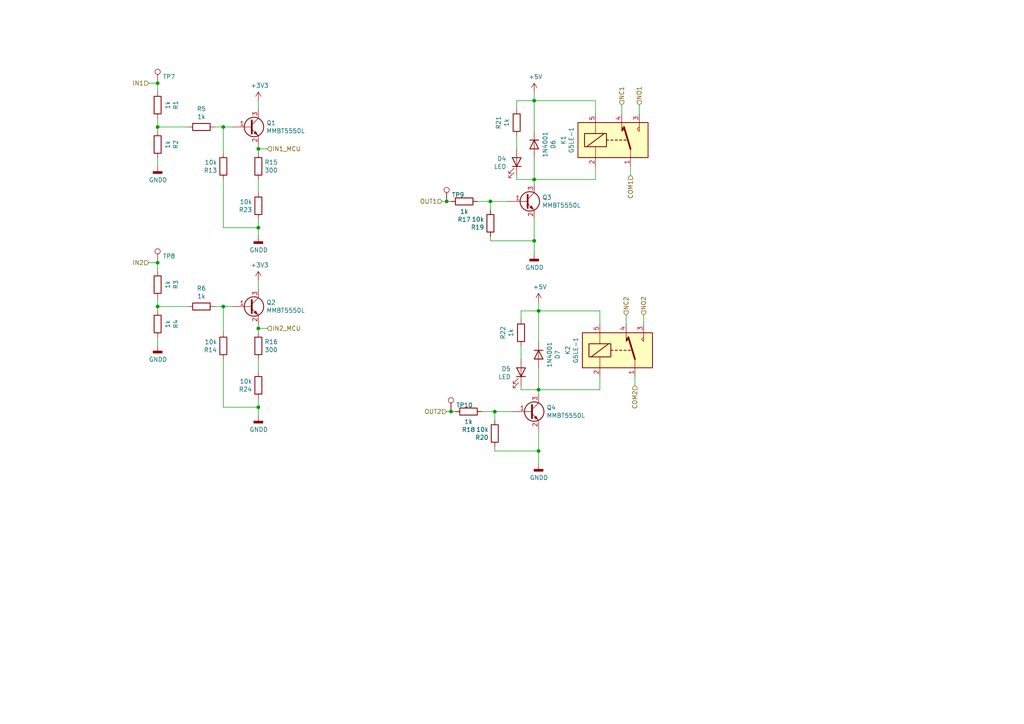
<source format=kicad_sch>
(kicad_sch (version 20211123) (generator eeschema)
  (paper "A4")
  (lib_symbols
    (symbol "Connector:TestPoint" (pin_numbers hide) (pin_names (offset 0.762) hide)
      (property "Reference" "TP" (at 0 6.858 0))
      (property "Value" "TestPoint" (at 0 5.08 0))
      (symbol "TestPoint_0_1"
        (circle (center 0 3.302) (radius 0.762))
      )
      (symbol "TestPoint_1_1"
        (pin passive line (at 0 0 90) (length 2.54) (name "1") (number "1"))
      )
    )
    (symbol "Device:LED" (pin_numbers hide) (pin_names (offset 1.016) hide)
      (property "Reference" "D" (at 0 2.54 0))
      (property "Value" "LED" (at 0 -2.54 0))
      (symbol "LED_0_1"
        (polyline (pts (xy -1.27 -1.27) (xy -1.27 1.27)) (stroke (width 0.254)))
        (polyline (pts (xy -1.27 0) (xy 1.27 0)))
        (polyline (pts (xy 1.27 -1.27) (xy 1.27 1.27) (xy -1.27 0) (xy 1.27 -1.27)) (stroke (width 0.254)))
        (polyline (pts (xy -3.048 -0.762) (xy -4.572 -2.286) (xy -3.81 -2.286) (xy -4.572 -2.286) (xy -4.572 -1.524)))
        (polyline (pts (xy -1.778 -0.762) (xy -3.302 -2.286) (xy -2.54 -2.286) (xy -3.302 -2.286) (xy -3.302 -1.524)))
      )
      (symbol "LED_1_1"
        (pin passive line (at -3.81 0 0) (length 2.54) (name "K") (number "1"))
        (pin passive line (at 3.81 0 180) (length 2.54) (name "A") (number "2"))
      )
    )
    (symbol "Device:R" (pin_numbers hide) (pin_names (offset 0))
      (property "Reference" "R" (at 2.032 0 90))
      (property "Value" "R" (at 0 0 90))
      (symbol "R_0_1"
        (rectangle (start -1.016 -2.54) (end 1.016 2.54) (stroke (width 0.254)))
      )
      (symbol "R_1_1"
        (pin passive line (at 0 3.81 270) (length 1.27) (name "~") (number "1"))
        (pin passive line (at 0 -3.81 90) (length 1.27) (name "~") (number "2"))
      )
    )
    (symbol "Diode:1N4001" (pin_numbers hide) (pin_names (offset 1.016) hide)
      (property "Reference" "D" (at 0 2.54 0))
      (property "Value" "1N4001" (at 0 -2.54 0))
      (symbol "1N4001_0_1"
        (polyline (pts (xy -1.27 1.27) (xy -1.27 -1.27)) (stroke (width 0.254)))
        (polyline (pts (xy 1.27 0) (xy -1.27 0)))
        (polyline (pts (xy 1.27 1.27) (xy 1.27 -1.27) (xy -1.27 0) (xy 1.27 1.27)) (stroke (width 0.254)))
      )
      (symbol "1N4001_1_1"
        (pin passive line (at -3.81 0 0) (length 2.54) (name "K") (number "1"))
        (pin passive line (at 3.81 0 180) (length 2.54) (name "A") (number "2"))
      )
    )
    (symbol "Relay:G5LE-1"
      (property "Reference" "K" (at 11.43 3.81 0))
      (property "Value" "G5LE-1" (at 11.43 1.27 0))
      (symbol "G5LE-1_0_0"
        (polyline (pts (xy 7.62 5.08) (xy 7.62 2.54) (xy 6.985 3.175) (xy 7.62 3.81)))
      )
      (symbol "G5LE-1_0_1"
        (rectangle (start -10.16 5.08) (end 10.16 -5.08) (stroke (width 0.254)) (fill (type background)))
        (rectangle (start -8.255 1.905) (end -1.905 -1.905) (stroke (width 0.254)))
        (polyline (pts (xy -7.62 -1.905) (xy -2.54 1.905)) (stroke (width 0.254)))
        (polyline (pts (xy -5.08 -5.08) (xy -5.08 -1.905)))
        (polyline (pts (xy -5.08 5.08) (xy -5.08 1.905)))
        (polyline (pts (xy -1.905 0) (xy -1.27 0)) (stroke (width 0.254)))
        (polyline (pts (xy -0.635 0) (xy 0 0)) (stroke (width 0.254)))
        (polyline (pts (xy 0.635 0) (xy 1.27 0)) (stroke (width 0.254)))
        (polyline (pts (xy 1.905 0) (xy 2.54 0)) (stroke (width 0.254)))
        (polyline (pts (xy 3.175 0) (xy 3.81 0)) (stroke (width 0.254)))
        (polyline (pts (xy 5.08 -2.54) (xy 3.175 3.81)) (stroke (width 0.508)))
        (polyline (pts (xy 5.08 -2.54) (xy 5.08 -5.08)))
        (polyline (pts (xy 2.54 5.08) (xy 2.54 2.54) (xy 3.175 3.175) (xy 2.54 3.81)) (fill (type outline)))
      )
      (symbol "G5LE-1_1_1"
        (pin passive line (at 5.08 -7.62 90) (length 2.54) (name "~") (number "1"))
        (pin passive line (at -5.08 -7.62 90) (length 2.54) (name "~") (number "2"))
        (pin passive line (at 7.62 7.62 270) (length 2.54) (name "~") (number "3"))
        (pin passive line (at 2.54 7.62 270) (length 2.54) (name "~") (number "4"))
        (pin passive line (at -5.08 7.62 270) (length 2.54) (name "~") (number "5"))
      )
    )
    (symbol "Transistor_BJT:MMBT5550L" (pin_names (offset 0) hide)
      (property "Reference" "Q" (at 5.08 1.905 0))
      (property "Value" "MMBT5550L" (at 5.08 0 0))
      (symbol "MMBT5550L_0_1"
        (polyline (pts (xy 0.635 0.635) (xy 2.54 2.54)))
        (polyline (pts (xy 0.635 -0.635) (xy 2.54 -2.54) (xy 2.54 -2.54)))
        (polyline (pts (xy 0.635 1.905) (xy 0.635 -1.905) (xy 0.635 -1.905)) (stroke (width 0.508)))
        (polyline (pts (xy 1.27 -1.778) (xy 1.778 -1.27) (xy 2.286 -2.286) (xy 1.27 -1.778) (xy 1.27 -1.778)) (fill (type outline)))
        (circle (center 1.27 0) (radius 2.8194) (stroke (width 0.254)))
      )
      (symbol "MMBT5550L_1_1"
        (pin input line (at -5.08 0 0) (length 5.715) (name "B") (number "1"))
        (pin passive line (at 2.54 -5.08 90) (length 2.54) (name "E") (number "2"))
        (pin passive line (at 2.54 5.08 270) (length 2.54) (name "C") (number "3"))
      )
    )
    (symbol "power:+3V3" (power) (pin_names (offset 0))
      (property "Value" "+3V3" (at 0 3.556 0))
      (symbol "+3V3_0_1"
        (polyline (pts (xy -0.762 1.27) (xy 0 2.54)))
        (polyline (pts (xy 0 0) (xy 0 2.54)))
        (polyline (pts (xy 0 2.54) (xy 0.762 1.27)))
      )
      (symbol "+3V3_1_1"
        (pin power_in line (at 0 0 90) (length 0) hide (name "+3V3") (number "1"))
      )
    )
    (symbol "power:+5V" (power) (pin_names (offset 0))
      (property "Value" "+5V" (at 0 3.556 0))
      (symbol "+5V_0_1"
        (polyline (pts (xy -0.762 1.27) (xy 0 2.54)))
        (polyline (pts (xy 0 0) (xy 0 2.54)))
        (polyline (pts (xy 0 2.54) (xy 0.762 1.27)))
      )
      (symbol "+5V_1_1"
        (pin power_in line (at 0 0 90) (length 0) hide (name "+5V") (number "1"))
      )
    )
    (symbol "power:GNDD" (power) (pin_names (offset 0))
      (property "Value" "GNDD" (at 0 -3.175 0))
      (symbol "GNDD_0_1"
        (rectangle (start -1.27 -1.524) (end 1.27 -2.032) (stroke (width 0.254)) (fill (type outline)))
        (polyline (pts (xy 0 0) (xy 0 -1.524)))
      )
      (symbol "GNDD_1_1"
        (pin power_in line (at 0 0 270) (length 0) hide (name "GNDD") (number "1"))
      )
    )
  )
  (junction (at 154.94 52.07))
  (junction (at 142.24 58.42))
  (junction (at 154.94 29.21))
  (junction (at 64.77 36.83))
  (junction (at 45.72 88.9))
  (junction (at 154.94 69.85))
  (junction (at 156.21 90.17))
  (junction (at 74.93 95.25))
  (junction (at 45.72 76.2))
  (junction (at 64.77 88.9))
  (junction (at 156.21 130.81))
  (junction (at 45.72 24.13))
  (junction (at 74.93 118.11))
  (junction (at 74.93 43.18))
  (junction (at 130.81 119.38))
  (junction (at 143.51 119.38))
  (junction (at 45.72 36.83))
  (junction (at 129.54 58.42))
  (junction (at 156.21 113.03))
  (junction (at 74.93 66.04))
  (wire (pts (xy 151.13 113.03) (xy 151.13 111.76)))
  (wire (pts (xy 156.21 130.81) (xy 156.21 134.62)))
  (wire (pts (xy 148.59 119.38) (xy 143.51 119.38)))
  (wire (pts (xy 154.94 69.85) (xy 154.94 63.5)))
  (wire (pts (xy 149.86 52.07) (xy 149.86 50.8)))
  (wire (pts (xy 154.94 29.21) (xy 154.94 38.1)))
  (wire (pts (xy 74.93 41.91) (xy 74.93 43.18)))
  (wire (pts (xy 74.93 29.21) (xy 74.93 31.75)))
  (wire (pts (xy 172.72 48.26) (xy 172.72 52.07)))
  (wire (pts (xy 182.88 48.26) (xy 182.88 50.8)))
  (wire (pts (xy 154.94 45.72) (xy 154.94 52.07)))
  (wire (pts (xy 143.51 119.38) (xy 139.7 119.38)))
  (wire (pts (xy 173.99 90.17) (xy 156.21 90.17)))
  (wire (pts (xy 64.77 36.83) (xy 64.77 44.45)))
  (wire (pts (xy 64.77 88.9) (xy 67.31 88.9)))
  (wire (pts (xy 185.42 33.02) (xy 185.42 30.48)))
  (wire (pts (xy 64.77 118.11) (xy 74.93 118.11)))
  (wire (pts (xy 156.21 87.63) (xy 156.21 90.17)))
  (wire (pts (xy 64.77 66.04) (xy 74.93 66.04)))
  (wire (pts (xy 74.93 52.07) (xy 74.93 55.88)))
  (wire (pts (xy 151.13 90.17) (xy 151.13 92.71)))
  (wire (pts (xy 62.23 88.9) (xy 64.77 88.9)))
  (wire (pts (xy 77.47 43.18) (xy 74.93 43.18)))
  (wire (pts (xy 74.93 115.57) (xy 74.93 118.11)))
  (wire (pts (xy 129.54 58.42) (xy 130.81 58.42)))
  (wire (pts (xy 156.21 106.68) (xy 156.21 113.03)))
  (wire (pts (xy 172.72 29.21) (xy 154.94 29.21)))
  (wire (pts (xy 43.18 76.2) (xy 45.72 76.2)))
  (wire (pts (xy 151.13 100.33) (xy 151.13 104.14)))
  (wire (pts (xy 156.21 113.03) (xy 156.21 114.3)))
  (wire (pts (xy 74.93 95.25) (xy 74.93 96.52)))
  (wire (pts (xy 64.77 52.07) (xy 64.77 66.04)))
  (wire (pts (xy 143.51 121.92) (xy 143.51 119.38)))
  (wire (pts (xy 43.18 24.13) (xy 45.72 24.13)))
  (wire (pts (xy 128.27 58.42) (xy 129.54 58.42)))
  (wire (pts (xy 45.72 34.29) (xy 45.72 36.83)))
  (wire (pts (xy 154.94 69.85) (xy 154.94 73.66)))
  (wire (pts (xy 149.86 52.07) (xy 154.94 52.07)))
  (wire (pts (xy 74.93 63.5) (xy 74.93 66.04)))
  (wire (pts (xy 142.24 69.85) (xy 154.94 69.85)))
  (wire (pts (xy 156.21 90.17) (xy 156.21 99.06)))
  (wire (pts (xy 45.72 86.36) (xy 45.72 88.9)))
  (wire (pts (xy 45.72 36.83) (xy 45.72 38.1)))
  (wire (pts (xy 74.93 118.11) (xy 74.93 120.65)))
  (wire (pts (xy 64.77 104.14) (xy 64.77 118.11)))
  (wire (pts (xy 129.54 119.38) (xy 130.81 119.38)))
  (wire (pts (xy 149.86 29.21) (xy 149.86 31.75)))
  (wire (pts (xy 45.72 97.79) (xy 45.72 100.33)))
  (wire (pts (xy 186.69 91.44) (xy 186.69 93.98)))
  (wire (pts (xy 45.72 88.9) (xy 45.72 90.17)))
  (wire (pts (xy 45.72 45.72) (xy 45.72 48.26)))
  (wire (pts (xy 142.24 60.96) (xy 142.24 58.42)))
  (wire (pts (xy 130.81 119.38) (xy 132.08 119.38)))
  (wire (pts (xy 142.24 68.58) (xy 142.24 69.85)))
  (wire (pts (xy 77.47 95.25) (xy 74.93 95.25)))
  (wire (pts (xy 173.99 109.22) (xy 173.99 113.03)))
  (wire (pts (xy 45.72 24.13) (xy 45.72 26.67)))
  (wire (pts (xy 143.51 129.54) (xy 143.51 130.81)))
  (wire (pts (xy 147.32 58.42) (xy 142.24 58.42)))
  (wire (pts (xy 173.99 93.98) (xy 173.99 90.17)))
  (wire (pts (xy 74.93 81.28) (xy 74.93 83.82)))
  (wire (pts (xy 74.93 66.04) (xy 74.93 68.58)))
  (wire (pts (xy 142.24 58.42) (xy 138.43 58.42)))
  (wire (pts (xy 181.61 91.44) (xy 181.61 93.98)))
  (wire (pts (xy 154.94 52.07) (xy 154.94 53.34)))
  (wire (pts (xy 180.34 33.02) (xy 180.34 30.48)))
  (wire (pts (xy 173.99 113.03) (xy 156.21 113.03)))
  (wire (pts (xy 143.51 130.81) (xy 156.21 130.81)))
  (wire (pts (xy 64.77 88.9) (xy 64.77 96.52)))
  (wire (pts (xy 45.72 88.9) (xy 54.61 88.9)))
  (wire (pts (xy 74.93 93.98) (xy 74.93 95.25)))
  (wire (pts (xy 149.86 29.21) (xy 154.94 29.21)))
  (wire (pts (xy 151.13 113.03) (xy 156.21 113.03)))
  (wire (pts (xy 45.72 76.2) (xy 45.72 78.74)))
  (wire (pts (xy 149.86 39.37) (xy 149.86 43.18)))
  (wire (pts (xy 151.13 90.17) (xy 156.21 90.17)))
  (wire (pts (xy 172.72 33.02) (xy 172.72 29.21)))
  (wire (pts (xy 172.72 52.07) (xy 154.94 52.07)))
  (wire (pts (xy 156.21 130.81) (xy 156.21 124.46)))
  (wire (pts (xy 184.15 109.22) (xy 184.15 111.76)))
  (wire (pts (xy 74.93 104.14) (xy 74.93 107.95)))
  (wire (pts (xy 64.77 36.83) (xy 67.31 36.83)))
  (wire (pts (xy 62.23 36.83) (xy 64.77 36.83)))
  (wire (pts (xy 45.72 36.83) (xy 54.61 36.83)))
  (wire (pts (xy 154.94 26.67) (xy 154.94 29.21)))
  (wire (pts (xy 74.93 43.18) (xy 74.93 44.45)))
  (hierarchical_label "NC2" (shape input) (at 181.61 91.44 90))
  (hierarchical_label "IN2" (shape input) (at 43.18 76.2 180))
  (hierarchical_label "NO1" (shape input) (at 185.42 30.48 90))
  (hierarchical_label "IN2_MCU" (shape input) (at 77.47 95.25 0))
  (hierarchical_label "NC1" (shape input) (at 180.34 30.48 90))
  (hierarchical_label "IN1" (shape input) (at 43.18 24.13 180))
  (hierarchical_label "IN1_MCU" (shape input) (at 77.47 43.18 0))
  (hierarchical_label "OUT1" (shape input) (at 128.27 58.42 180))
  (hierarchical_label "NO2" (shape input) (at 186.69 91.44 90))
  (hierarchical_label "OUT2" (shape input) (at 129.54 119.38 180))
  (hierarchical_label "COM1" (shape input) (at 182.88 50.8 270))
  (hierarchical_label "COM2" (shape input) (at 184.15 111.76 270))
  (symbol (lib_id "Connector:TestPoint") (at 45.72 24.13 0) (unit 1)
    (property "Reference" "TP7" (at 47.1932 22.2504 0) (effects (justify left)))
    (property "Value" "TestPoint" (effects hide))
    (property "Footprint" "TestPoint:TestPoint_Pad_D1.0mm" (effects hide))
  )
  (symbol (lib_id "Connector:TestPoint") (at 45.72 76.2 0) (unit 1)
    (property "Reference" "TP8" (at 47.1932 74.3204 0) (effects (justify left)))
    (property "Value" "TestPoint" (effects hide))
    (property "Footprint" "TestPoint:TestPoint_Pad_D1.0mm" (effects hide))
  )
  (symbol (lib_id "Connector:TestPoint") (at 129.54 58.42 0) (unit 1)
    (property "Reference" "TP9" (at 131.0132 56.5404 0) (effects (justify left)))
    (property "Value" "TestPoint" (effects hide))
    (property "Footprint" "TestPoint:TestPoint_Pad_D1.0mm" (effects hide))
  )
  (symbol (lib_id "Connector:TestPoint") (at 130.81 119.38 0) (unit 1)
    (property "Reference" "TP10" (at 132.2832 117.5004 0) (effects (justify left)))
    (property "Value" "TestPoint" (effects hide))
    (property "Footprint" "TestPoint:TestPoint_Pad_D1.0mm" (effects hide))
  )
  (symbol (lib_id "Device:R") (at 45.72 30.48 180) (unit 1)
    (property "Reference" "R1" (at 50.9778 30.48 90))
    (property "Value" "1k" (at 48.6664 30.48 90))
    (property "Footprint" "Resistor_SMD:R_1206_3216Metric_Pad1.42x1.75mm_HandSolder" (effects hide))
  )
  (symbol (lib_id "Device:R") (at 64.77 48.26 0) (unit 1)
    (property "Reference" "R13" (at 62.992 49.4284 0) (effects (justify right)))
    (property "Value" "10k" (at 62.992 47.117 0) (effects (justify right)))
    (property "Footprint" "Resistor_SMD:R_1206_3216Metric_Pad1.42x1.75mm_HandSolder" (effects hide))
  )
  (symbol (lib_id "Transistor_BJT:MMBT5550L") (at 72.39 36.83 0) (unit 1)
    (property "Reference" "Q1" (at 77.2414 35.6616 0) (effects (justify left)))
    (property "Value" "MMBT5550L" (at 77.2414 37.973 0) (effects (justify left)))
    (property "Footprint" "Package_TO_SOT_SMD:SOT-23" (effects hide))
    (property "Datasheet" "www.onsemi.com/pub/Collateral/MMBT5550LT1-D.PDF" (effects hide))
  )
  (symbol (lib_id "power:+3V3") (at 74.93 29.21 0) (unit 1)
    (property "Reference" "#PWR023" (effects hide))
    (property "Value" "+3V3" (at 75.311 24.8158 0))
  )
  (symbol (lib_id "power:GNDD") (at 74.93 68.58 0) (unit 1)
    (property "Reference" "#PWR024" (effects hide))
    (property "Value" "GNDD" (at 75.0316 72.517 0))
  )
  (symbol (lib_id "Device:R") (at 74.93 48.26 0) (unit 1)
    (property "Reference" "R15" (at 76.708 47.0916 0) (effects (justify left)))
    (property "Value" "300" (at 76.708 49.403 0) (effects (justify left)))
    (property "Footprint" "Resistor_SMD:R_1206_3216Metric_Pad1.42x1.75mm_HandSolder" (effects hide))
  )
  (symbol (lib_id "Device:R") (at 45.72 41.91 180) (unit 1)
    (property "Reference" "R2" (at 50.9778 41.91 90))
    (property "Value" "1k" (at 48.6664 41.91 90))
    (property "Footprint" "Resistor_SMD:R_1206_3216Metric_Pad1.42x1.75mm_HandSolder" (effects hide))
  )
  (symbol (lib_id "Device:R") (at 58.42 36.83 270) (unit 1)
    (property "Reference" "R5" (at 58.42 31.5722 90))
    (property "Value" "1k" (at 58.42 33.8836 90))
    (property "Footprint" "Resistor_SMD:R_1206_3216Metric_Pad1.42x1.75mm_HandSolder" (effects hide))
  )
  (symbol (lib_id "power:GNDD") (at 45.72 48.26 0) (unit 1)
    (property "Reference" "#PWR021" (effects hide))
    (property "Value" "GNDD" (at 45.8216 52.197 0))
  )
  (symbol (lib_id "Device:R") (at 45.72 82.55 180) (unit 1)
    (property "Reference" "R3" (at 50.9778 82.55 90))
    (property "Value" "1k" (at 48.6664 82.55 90))
    (property "Footprint" "Resistor_SMD:R_1206_3216Metric_Pad1.42x1.75mm_HandSolder" (effects hide))
  )
  (symbol (lib_id "Device:R") (at 64.77 100.33 0) (unit 1)
    (property "Reference" "R14" (at 62.992 101.4984 0) (effects (justify right)))
    (property "Value" "10k" (at 62.992 99.187 0) (effects (justify right)))
    (property "Footprint" "Resistor_SMD:R_1206_3216Metric_Pad1.42x1.75mm_HandSolder" (effects hide))
  )
  (symbol (lib_id "Transistor_BJT:MMBT5550L") (at 72.39 88.9 0) (unit 1)
    (property "Reference" "Q2" (at 77.2414 87.7316 0) (effects (justify left)))
    (property "Value" "MMBT5550L" (at 77.2414 90.043 0) (effects (justify left)))
    (property "Footprint" "Package_TO_SOT_SMD:SOT-23" (effects hide))
    (property "Datasheet" "www.onsemi.com/pub/Collateral/MMBT5550LT1-D.PDF" (effects hide))
  )
  (symbol (lib_id "power:+3V3") (at 74.93 81.28 0) (unit 1)
    (property "Reference" "#PWR025" (effects hide))
    (property "Value" "+3V3" (at 75.311 76.8858 0))
  )
  (symbol (lib_id "power:GNDD") (at 74.93 120.65 0) (unit 1)
    (property "Reference" "#PWR026" (effects hide))
    (property "Value" "GNDD" (at 75.0316 124.587 0))
  )
  (symbol (lib_id "Device:R") (at 74.93 100.33 0) (unit 1)
    (property "Reference" "R16" (at 76.708 99.1616 0) (effects (justify left)))
    (property "Value" "300" (at 76.708 101.473 0) (effects (justify left)))
    (property "Footprint" "Resistor_SMD:R_1206_3216Metric_Pad1.42x1.75mm_HandSolder" (effects hide))
  )
  (symbol (lib_id "Device:R") (at 45.72 93.98 180) (unit 1)
    (property "Reference" "R4" (at 50.9778 93.98 90))
    (property "Value" "1k" (at 48.6664 93.98 90))
    (property "Footprint" "Resistor_SMD:R_1206_3216Metric_Pad1.42x1.75mm_HandSolder" (effects hide))
  )
  (symbol (lib_id "Device:R") (at 58.42 88.9 270) (unit 1)
    (property "Reference" "R6" (at 58.42 83.6422 90))
    (property "Value" "1k" (at 58.42 85.9536 90))
    (property "Footprint" "Resistor_SMD:R_1206_3216Metric_Pad1.42x1.75mm_HandSolder" (effects hide))
  )
  (symbol (lib_id "power:GNDD") (at 45.72 100.33 0) (unit 1)
    (property "Reference" "#PWR022" (effects hide))
    (property "Value" "GNDD" (at 45.8216 104.267 0))
  )
  (symbol (lib_id "Device:R") (at 134.62 58.42 90) (unit 1)
    (property "Reference" "R17" (at 134.62 63.6778 90))
    (property "Value" "1k" (at 134.62 61.3664 90))
    (property "Footprint" "Resistor_SMD:R_1206_3216Metric_Pad1.42x1.75mm_HandSolder" (effects hide))
  )
  (symbol (lib_id "Device:R") (at 142.24 64.77 0) (unit 1)
    (property "Reference" "R19" (at 140.462 65.9384 0) (effects (justify right)))
    (property "Value" "10k" (at 140.462 63.627 0) (effects (justify right)))
    (property "Footprint" "Resistor_SMD:R_1206_3216Metric_Pad1.42x1.75mm_HandSolder" (effects hide))
  )
  (symbol (lib_id "power:+5V") (at 154.94 26.67 0) (unit 1)
    (property "Reference" "#PWR027" (effects hide))
    (property "Value" "+5V" (at 155.321 22.2758 0))
  )
  (symbol (lib_id "power:GNDD") (at 154.94 73.66 0) (unit 1)
    (property "Reference" "#PWR028" (effects hide))
    (property "Value" "GNDD" (at 155.0416 77.597 0))
  )
  (symbol (lib_id "Transistor_BJT:MMBT5550L") (at 152.4 58.42 0) (unit 1)
    (property "Reference" "Q3" (at 157.2514 57.2516 0) (effects (justify left)))
    (property "Value" "MMBT5550L" (at 157.2514 59.563 0) (effects (justify left)))
    (property "Footprint" "Package_TO_SOT_SMD:SOT-23" (effects hide))
    (property "Datasheet" "www.onsemi.com/pub/Collateral/MMBT5550LT1-D.PDF" (effects hide))
  )
  (symbol (lib_id "Relay:G5LE-1") (at 177.8 40.64 0) (unit 1)
    (property "Reference" "K1" (at 163.3982 40.64 90))
    (property "Value" "G5LE-1" (at 165.7096 40.64 90))
    (property "Footprint" "Relay_THT:Relay_SPDT_Omron-G5LE-1" (effects hide))
    (property "Datasheet" "http://www.omron.com/ecb/products/pdf/en-g5le.pdf" (effects hide))
  )
  (symbol (lib_id "Diode:1N4001") (at 154.94 41.91 270) (unit 1)
    (property "Reference" "D6" (at 160.4264 41.91 0))
    (property "Value" "1N4001" (at 158.115 41.91 0))
    (property "Footprint" "Diode_THT:D_DO-41_SOD81_P10.16mm_Horizontal" (effects hide))
    (property "Datasheet" "http://www.vishay.com/docs/88503/1n4001.pdf" (effects hide))
  )
  (symbol (lib_id "Device:LED") (at 149.86 46.99 270) (mirror x) (unit 1)
    (property "Reference" "D4" (at 146.8882 46.0248 90) (effects (justify right)))
    (property "Value" "LED" (at 146.8882 48.3362 90) (effects (justify right)))
    (property "Footprint" "LED_SMD:LED_1206_3216Metric_Pad1.42x1.75mm_HandSolder" (effects hide))
  )
  (symbol (lib_id "Device:R") (at 149.86 35.56 0) (unit 1)
    (property "Reference" "R21" (at 144.6022 35.56 90))
    (property "Value" "1k" (at 146.9136 35.56 90))
    (property "Footprint" "Resistor_SMD:R_1206_3216Metric_Pad1.42x1.75mm_HandSolder" (effects hide))
  )
  (symbol (lib_id "Device:R") (at 135.89 119.38 90) (unit 1)
    (property "Reference" "R18" (at 135.89 124.6378 90))
    (property "Value" "1k" (at 135.89 122.3264 90))
    (property "Footprint" "Resistor_SMD:R_1206_3216Metric_Pad1.42x1.75mm_HandSolder" (effects hide))
  )
  (symbol (lib_id "Device:R") (at 143.51 125.73 0) (unit 1)
    (property "Reference" "R20" (at 141.732 126.8984 0) (effects (justify right)))
    (property "Value" "10k" (at 141.732 124.587 0) (effects (justify right)))
    (property "Footprint" "Resistor_SMD:R_1206_3216Metric_Pad1.42x1.75mm_HandSolder" (effects hide))
  )
  (symbol (lib_id "power:+5V") (at 156.21 87.63 0) (unit 1)
    (property "Reference" "#PWR029" (effects hide))
    (property "Value" "+5V" (at 156.591 83.2358 0))
  )
  (symbol (lib_id "power:GNDD") (at 156.21 134.62 0) (unit 1)
    (property "Reference" "#PWR030" (effects hide))
    (property "Value" "GNDD" (at 156.3116 138.557 0))
  )
  (symbol (lib_id "Transistor_BJT:MMBT5550L") (at 153.67 119.38 0) (unit 1)
    (property "Reference" "Q4" (at 158.5214 118.2116 0) (effects (justify left)))
    (property "Value" "MMBT5550L" (at 158.5214 120.523 0) (effects (justify left)))
    (property "Footprint" "Package_TO_SOT_SMD:SOT-23" (effects hide))
    (property "Datasheet" "www.onsemi.com/pub/Collateral/MMBT5550LT1-D.PDF" (effects hide))
  )
  (symbol (lib_id "Diode:1N4001") (at 156.21 102.87 270) (unit 1)
    (property "Reference" "D7" (at 161.6964 102.87 0))
    (property "Value" "1N4001" (at 159.385 102.87 0))
    (property "Footprint" "Diode_THT:D_DO-41_SOD81_P10.16mm_Horizontal" (effects hide))
    (property "Datasheet" "http://www.vishay.com/docs/88503/1n4001.pdf" (effects hide))
  )
  (symbol (lib_id "Device:LED") (at 151.13 107.95 270) (mirror x) (unit 1)
    (property "Reference" "D5" (at 148.1582 106.9848 90) (effects (justify right)))
    (property "Value" "LED" (at 148.1582 109.2962 90) (effects (justify right)))
    (property "Footprint" "LED_SMD:LED_1206_3216Metric_Pad1.42x1.75mm_HandSolder" (effects hide))
  )
  (symbol (lib_id "Device:R") (at 151.13 96.52 0) (unit 1)
    (property "Reference" "R22" (at 145.8722 96.52 90))
    (property "Value" "1k" (at 148.1836 96.52 90))
    (property "Footprint" "Resistor_SMD:R_1206_3216Metric_Pad1.42x1.75mm_HandSolder" (effects hide))
  )
  (symbol (lib_id "Relay:G5LE-1") (at 179.07 101.6 0) (unit 1)
    (property "Reference" "K2" (at 164.6682 101.6 90))
    (property "Value" "G5LE-1" (at 166.9796 101.6 90))
    (property "Footprint" "Relay_THT:Relay_SPDT_Omron-G5LE-1" (effects hide))
    (property "Datasheet" "http://www.omron.com/ecb/products/pdf/en-g5le.pdf" (effects hide))
  )
  (symbol (lib_id "Device:R") (at 74.93 111.76 0) (unit 1)
    (property "Reference" "R24" (at 73.152 112.9284 0) (effects (justify right)))
    (property "Value" "10k" (at 73.152 110.617 0) (effects (justify right)))
    (property "Footprint" "Resistor_SMD:R_1206_3216Metric_Pad1.30x1.75mm_HandSolder" (effects hide))
  )
  (symbol (lib_id "Device:R") (at 74.93 59.69 0) (unit 1)
    (property "Reference" "R23" (at 73.152 60.8584 0) (effects (justify right)))
    (property "Value" "10k" (at 73.152 58.547 0) (effects (justify right)))
    (property "Footprint" "Resistor_SMD:R_1206_3216Metric_Pad1.30x1.75mm_HandSolder" (effects hide))
  )
)
</source>
